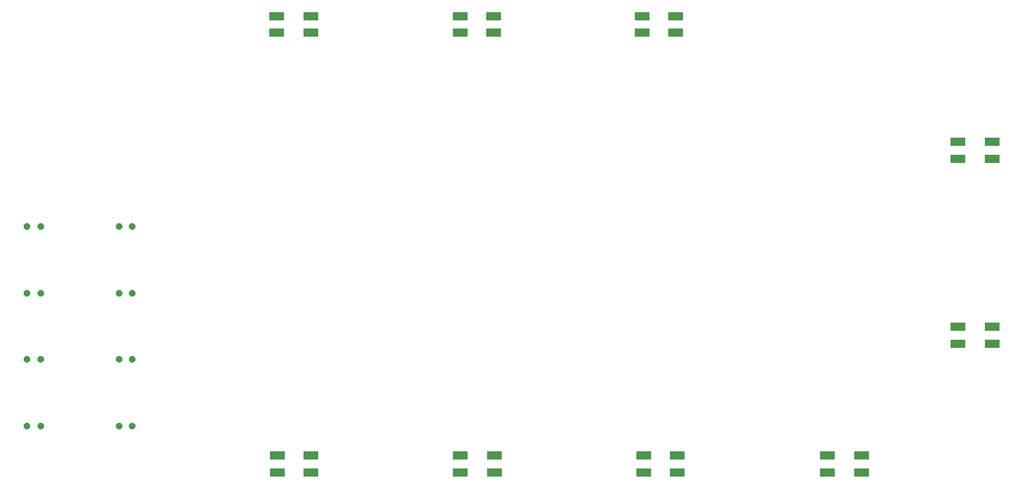
<source format=gbr>
%TF.GenerationSoftware,KiCad,Pcbnew,9.0.6*%
%TF.CreationDate,2025-11-29T18:30:52-05:00*%
%TF.ProjectId,Generalist_Macro,47656e65-7261-46c6-9973-745f4d616372,rev?*%
%TF.SameCoordinates,Original*%
%TF.FileFunction,Paste,Top*%
%TF.FilePolarity,Positive*%
%FSLAX46Y46*%
G04 Gerber Fmt 4.6, Leading zero omitted, Abs format (unit mm)*
G04 Created by KiCad (PCBNEW 9.0.6) date 2025-11-29 18:30:52*
%MOMM*%
%LPD*%
G01*
G04 APERTURE LIST*
G04 Aperture macros list*
%AMRoundRect*
0 Rectangle with rounded corners*
0 $1 Rounding radius*
0 $2 $3 $4 $5 $6 $7 $8 $9 X,Y pos of 4 corners*
0 Add a 4 corners polygon primitive as box body*
4,1,4,$2,$3,$4,$5,$6,$7,$8,$9,$2,$3,0*
0 Add four circle primitives for the rounded corners*
1,1,$1+$1,$2,$3*
1,1,$1+$1,$4,$5*
1,1,$1+$1,$6,$7*
1,1,$1+$1,$8,$9*
0 Add four rect primitives between the rounded corners*
20,1,$1+$1,$2,$3,$4,$5,0*
20,1,$1+$1,$4,$5,$6,$7,0*
20,1,$1+$1,$6,$7,$8,$9,0*
20,1,$1+$1,$8,$9,$2,$3,0*%
G04 Aperture macros list end*
%ADD10R,1.600000X0.850000*%
%ADD11RoundRect,0.150000X-0.150000X-0.200000X0.150000X-0.200000X0.150000X0.200000X-0.150000X0.200000X0*%
%ADD12RoundRect,0.150000X0.150000X0.200000X-0.150000X0.200000X-0.150000X-0.200000X0.150000X-0.200000X0*%
G04 APERTURE END LIST*
D10*
%TO.C,D18*%
X104750000Y-56725000D03*
X104750000Y-58475000D03*
X108250000Y-58475000D03*
X108250000Y-56725000D03*
%TD*%
%TO.C,D24*%
X104810000Y-102400000D03*
X104810000Y-104150000D03*
X108310000Y-104150000D03*
X108310000Y-102400000D03*
%TD*%
%TO.C,D22*%
X142890000Y-102400000D03*
X142890000Y-104150000D03*
X146390000Y-104150000D03*
X146390000Y-102400000D03*
%TD*%
D11*
%TO.C,D7*%
X70750000Y-99331500D03*
X69350000Y-99331500D03*
%TD*%
D10*
%TO.C,D23*%
X123800000Y-102400000D03*
X123800000Y-104150000D03*
X127300000Y-104150000D03*
X127300000Y-102400000D03*
%TD*%
D12*
%TO.C,D3*%
X59850000Y-85531500D03*
X61250000Y-85531500D03*
%TD*%
D10*
%TO.C,D25*%
X85800000Y-102400000D03*
X85800000Y-104150000D03*
X89300000Y-104150000D03*
X89300000Y-102400000D03*
%TD*%
%TO.C,D17*%
X85740000Y-56725000D03*
X85740000Y-58475000D03*
X89240000Y-58475000D03*
X89240000Y-56725000D03*
%TD*%
D11*
%TO.C,D6*%
X70750000Y-92431500D03*
X69350000Y-92431500D03*
%TD*%
D10*
%TO.C,D19*%
X123650000Y-56725000D03*
X123650000Y-58475000D03*
X127150000Y-58475000D03*
X127150000Y-56725000D03*
%TD*%
D12*
%TO.C,D8*%
X59850000Y-99331500D03*
X61250000Y-99331500D03*
%TD*%
%TO.C,D2*%
X59850000Y-78631500D03*
X61250000Y-78631500D03*
%TD*%
%TO.C,D5*%
X59850000Y-92431500D03*
X61250000Y-92431500D03*
%TD*%
D11*
%TO.C,D1*%
X70750000Y-78631500D03*
X69350000Y-78631500D03*
%TD*%
D10*
%TO.C,D21*%
X156450000Y-89025000D03*
X156450000Y-90775000D03*
X159950000Y-90775000D03*
X159950000Y-89025000D03*
%TD*%
D11*
%TO.C,D4*%
X70750000Y-85531500D03*
X69350000Y-85531500D03*
%TD*%
D10*
%TO.C,D20*%
X156450000Y-69825000D03*
X156450000Y-71575000D03*
X159950000Y-71575000D03*
X159950000Y-69825000D03*
%TD*%
M02*

</source>
